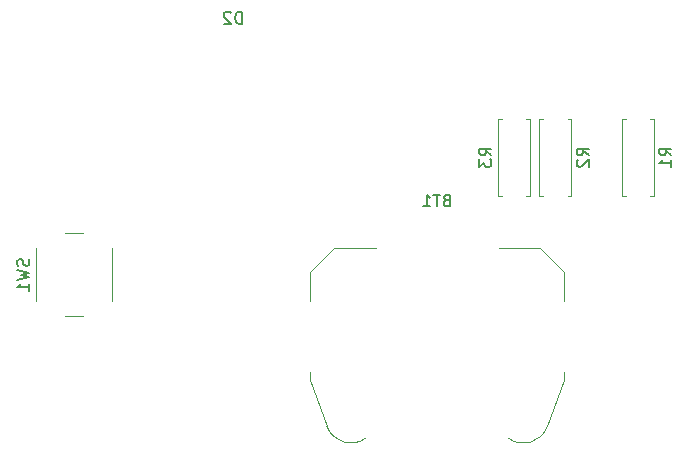
<source format=gbr>
%TF.GenerationSoftware,KiCad,Pcbnew,9.0.2*%
%TF.CreationDate,2025-05-24T17:19:21-04:00*%
%TF.ProjectId,DJUNGELSKOG Keychain,444a554e-4745-44c5-934b-4f47204b6579,rev?*%
%TF.SameCoordinates,Original*%
%TF.FileFunction,Legend,Bot*%
%TF.FilePolarity,Positive*%
%FSLAX46Y46*%
G04 Gerber Fmt 4.6, Leading zero omitted, Abs format (unit mm)*
G04 Created by KiCad (PCBNEW 9.0.2) date 2025-05-24 17:19:21*
%MOMM*%
%LPD*%
G01*
G04 APERTURE LIST*
%ADD10C,0.150000*%
%ADD11C,0.120000*%
G04 APERTURE END LIST*
D10*
X134968094Y-97994819D02*
X134968094Y-96994819D01*
X134968094Y-96994819D02*
X134729999Y-96994819D01*
X134729999Y-96994819D02*
X134587142Y-97042438D01*
X134587142Y-97042438D02*
X134491904Y-97137676D01*
X134491904Y-97137676D02*
X134444285Y-97232914D01*
X134444285Y-97232914D02*
X134396666Y-97423390D01*
X134396666Y-97423390D02*
X134396666Y-97566247D01*
X134396666Y-97566247D02*
X134444285Y-97756723D01*
X134444285Y-97756723D02*
X134491904Y-97851961D01*
X134491904Y-97851961D02*
X134587142Y-97947200D01*
X134587142Y-97947200D02*
X134729999Y-97994819D01*
X134729999Y-97994819D02*
X134968094Y-97994819D01*
X134015713Y-97090057D02*
X133968094Y-97042438D01*
X133968094Y-97042438D02*
X133872856Y-96994819D01*
X133872856Y-96994819D02*
X133634761Y-96994819D01*
X133634761Y-96994819D02*
X133539523Y-97042438D01*
X133539523Y-97042438D02*
X133491904Y-97090057D01*
X133491904Y-97090057D02*
X133444285Y-97185295D01*
X133444285Y-97185295D02*
X133444285Y-97280533D01*
X133444285Y-97280533D02*
X133491904Y-97423390D01*
X133491904Y-97423390D02*
X134063332Y-97994819D01*
X134063332Y-97994819D02*
X133444285Y-97994819D01*
X116907200Y-117916667D02*
X116954819Y-118059524D01*
X116954819Y-118059524D02*
X116954819Y-118297619D01*
X116954819Y-118297619D02*
X116907200Y-118392857D01*
X116907200Y-118392857D02*
X116859580Y-118440476D01*
X116859580Y-118440476D02*
X116764342Y-118488095D01*
X116764342Y-118488095D02*
X116669104Y-118488095D01*
X116669104Y-118488095D02*
X116573866Y-118440476D01*
X116573866Y-118440476D02*
X116526247Y-118392857D01*
X116526247Y-118392857D02*
X116478628Y-118297619D01*
X116478628Y-118297619D02*
X116431009Y-118107143D01*
X116431009Y-118107143D02*
X116383390Y-118011905D01*
X116383390Y-118011905D02*
X116335771Y-117964286D01*
X116335771Y-117964286D02*
X116240533Y-117916667D01*
X116240533Y-117916667D02*
X116145295Y-117916667D01*
X116145295Y-117916667D02*
X116050057Y-117964286D01*
X116050057Y-117964286D02*
X116002438Y-118011905D01*
X116002438Y-118011905D02*
X115954819Y-118107143D01*
X115954819Y-118107143D02*
X115954819Y-118345238D01*
X115954819Y-118345238D02*
X116002438Y-118488095D01*
X115954819Y-118821429D02*
X116954819Y-119059524D01*
X116954819Y-119059524D02*
X116240533Y-119250000D01*
X116240533Y-119250000D02*
X116954819Y-119440476D01*
X116954819Y-119440476D02*
X115954819Y-119678572D01*
X116954819Y-120583333D02*
X116954819Y-120011905D01*
X116954819Y-120297619D02*
X115954819Y-120297619D01*
X115954819Y-120297619D02*
X116097676Y-120202381D01*
X116097676Y-120202381D02*
X116192914Y-120107143D01*
X116192914Y-120107143D02*
X116240533Y-120011905D01*
X156084819Y-109143333D02*
X155608628Y-108810000D01*
X156084819Y-108571905D02*
X155084819Y-108571905D01*
X155084819Y-108571905D02*
X155084819Y-108952857D01*
X155084819Y-108952857D02*
X155132438Y-109048095D01*
X155132438Y-109048095D02*
X155180057Y-109095714D01*
X155180057Y-109095714D02*
X155275295Y-109143333D01*
X155275295Y-109143333D02*
X155418152Y-109143333D01*
X155418152Y-109143333D02*
X155513390Y-109095714D01*
X155513390Y-109095714D02*
X155561009Y-109048095D01*
X155561009Y-109048095D02*
X155608628Y-108952857D01*
X155608628Y-108952857D02*
X155608628Y-108571905D01*
X155084819Y-109476667D02*
X155084819Y-110095714D01*
X155084819Y-110095714D02*
X155465771Y-109762381D01*
X155465771Y-109762381D02*
X155465771Y-109905238D01*
X155465771Y-109905238D02*
X155513390Y-110000476D01*
X155513390Y-110000476D02*
X155561009Y-110048095D01*
X155561009Y-110048095D02*
X155656247Y-110095714D01*
X155656247Y-110095714D02*
X155894342Y-110095714D01*
X155894342Y-110095714D02*
X155989580Y-110048095D01*
X155989580Y-110048095D02*
X156037200Y-110000476D01*
X156037200Y-110000476D02*
X156084819Y-109905238D01*
X156084819Y-109905238D02*
X156084819Y-109619524D01*
X156084819Y-109619524D02*
X156037200Y-109524286D01*
X156037200Y-109524286D02*
X155989580Y-109476667D01*
X164324819Y-109143333D02*
X163848628Y-108810000D01*
X164324819Y-108571905D02*
X163324819Y-108571905D01*
X163324819Y-108571905D02*
X163324819Y-108952857D01*
X163324819Y-108952857D02*
X163372438Y-109048095D01*
X163372438Y-109048095D02*
X163420057Y-109095714D01*
X163420057Y-109095714D02*
X163515295Y-109143333D01*
X163515295Y-109143333D02*
X163658152Y-109143333D01*
X163658152Y-109143333D02*
X163753390Y-109095714D01*
X163753390Y-109095714D02*
X163801009Y-109048095D01*
X163801009Y-109048095D02*
X163848628Y-108952857D01*
X163848628Y-108952857D02*
X163848628Y-108571905D01*
X163420057Y-109524286D02*
X163372438Y-109571905D01*
X163372438Y-109571905D02*
X163324819Y-109667143D01*
X163324819Y-109667143D02*
X163324819Y-109905238D01*
X163324819Y-109905238D02*
X163372438Y-110000476D01*
X163372438Y-110000476D02*
X163420057Y-110048095D01*
X163420057Y-110048095D02*
X163515295Y-110095714D01*
X163515295Y-110095714D02*
X163610533Y-110095714D01*
X163610533Y-110095714D02*
X163753390Y-110048095D01*
X163753390Y-110048095D02*
X164324819Y-109476667D01*
X164324819Y-109476667D02*
X164324819Y-110095714D01*
X171324819Y-109143333D02*
X170848628Y-108810000D01*
X171324819Y-108571905D02*
X170324819Y-108571905D01*
X170324819Y-108571905D02*
X170324819Y-108952857D01*
X170324819Y-108952857D02*
X170372438Y-109048095D01*
X170372438Y-109048095D02*
X170420057Y-109095714D01*
X170420057Y-109095714D02*
X170515295Y-109143333D01*
X170515295Y-109143333D02*
X170658152Y-109143333D01*
X170658152Y-109143333D02*
X170753390Y-109095714D01*
X170753390Y-109095714D02*
X170801009Y-109048095D01*
X170801009Y-109048095D02*
X170848628Y-108952857D01*
X170848628Y-108952857D02*
X170848628Y-108571905D01*
X171324819Y-110095714D02*
X171324819Y-109524286D01*
X171324819Y-109810000D02*
X170324819Y-109810000D01*
X170324819Y-109810000D02*
X170467676Y-109714762D01*
X170467676Y-109714762D02*
X170562914Y-109619524D01*
X170562914Y-109619524D02*
X170610533Y-109524286D01*
X152285714Y-112931009D02*
X152142857Y-112978628D01*
X152142857Y-112978628D02*
X152095238Y-113026247D01*
X152095238Y-113026247D02*
X152047619Y-113121485D01*
X152047619Y-113121485D02*
X152047619Y-113264342D01*
X152047619Y-113264342D02*
X152095238Y-113359580D01*
X152095238Y-113359580D02*
X152142857Y-113407200D01*
X152142857Y-113407200D02*
X152238095Y-113454819D01*
X152238095Y-113454819D02*
X152619047Y-113454819D01*
X152619047Y-113454819D02*
X152619047Y-112454819D01*
X152619047Y-112454819D02*
X152285714Y-112454819D01*
X152285714Y-112454819D02*
X152190476Y-112502438D01*
X152190476Y-112502438D02*
X152142857Y-112550057D01*
X152142857Y-112550057D02*
X152095238Y-112645295D01*
X152095238Y-112645295D02*
X152095238Y-112740533D01*
X152095238Y-112740533D02*
X152142857Y-112835771D01*
X152142857Y-112835771D02*
X152190476Y-112883390D01*
X152190476Y-112883390D02*
X152285714Y-112931009D01*
X152285714Y-112931009D02*
X152619047Y-112931009D01*
X151761904Y-112454819D02*
X151190476Y-112454819D01*
X151476190Y-113454819D02*
X151476190Y-112454819D01*
X150333333Y-113454819D02*
X150904761Y-113454819D01*
X150619047Y-113454819D02*
X150619047Y-112454819D01*
X150619047Y-112454819D02*
X150714285Y-112597676D01*
X150714285Y-112597676D02*
X150809523Y-112692914D01*
X150809523Y-112692914D02*
X150904761Y-112740533D01*
D11*
%TO.C,SW1*%
X120000000Y-115750000D02*
X121500000Y-115750000D01*
X124000000Y-117000000D02*
X124000000Y-121500000D01*
X117500000Y-121500000D02*
X117500000Y-117000000D01*
X121500000Y-122750000D02*
X120000000Y-122750000D01*
%TO.C,R3*%
X156630000Y-106040000D02*
X156630000Y-112580000D01*
X156960000Y-106040000D02*
X156630000Y-106040000D01*
X159040000Y-106040000D02*
X159370000Y-106040000D01*
X159370000Y-106040000D02*
X159370000Y-112580000D01*
X156630000Y-112580000D02*
X156960000Y-112580000D01*
X159370000Y-112580000D02*
X159040000Y-112580000D01*
%TO.C,R2*%
X162870000Y-112580000D02*
X162870000Y-106040000D01*
X162540000Y-112580000D02*
X162870000Y-112580000D01*
X160460000Y-112580000D02*
X160130000Y-112580000D01*
X160130000Y-112580000D02*
X160130000Y-106040000D01*
X162870000Y-106040000D02*
X162540000Y-106040000D01*
X160130000Y-106040000D02*
X160460000Y-106040000D01*
%TO.C,R1*%
X169870000Y-112580000D02*
X169870000Y-106040000D01*
X169540000Y-112580000D02*
X169870000Y-112580000D01*
X167460000Y-112580000D02*
X167130000Y-112580000D01*
X167130000Y-112580000D02*
X167130000Y-106040000D01*
X169870000Y-106040000D02*
X169540000Y-106040000D01*
X167130000Y-106040000D02*
X167460000Y-106040000D01*
%TO.C,BT1*%
X162280000Y-119040000D02*
X162280000Y-121500000D01*
X162280000Y-127500000D02*
X162280000Y-128130000D01*
X162280000Y-128130000D02*
X160840000Y-132080000D01*
X160200000Y-116960000D02*
X162280000Y-119040000D01*
X156700000Y-116960000D02*
X160200000Y-116960000D01*
X142800000Y-116960000D02*
X146300000Y-116960000D01*
X142800000Y-116960000D02*
X140720000Y-119040000D01*
X140720000Y-119040000D02*
X140720000Y-121500000D01*
X140720000Y-127500000D02*
X140720000Y-128130000D01*
X140720000Y-128130000D02*
X142160000Y-132080000D01*
X160840000Y-132080000D02*
G75*
G02*
X157503354Y-133066530I-2030000J730001D01*
G01*
X145500000Y-133050000D02*
G75*
G02*
X142174757Y-132088169I-1310000J1700000D01*
G01*
%TD*%
M02*

</source>
